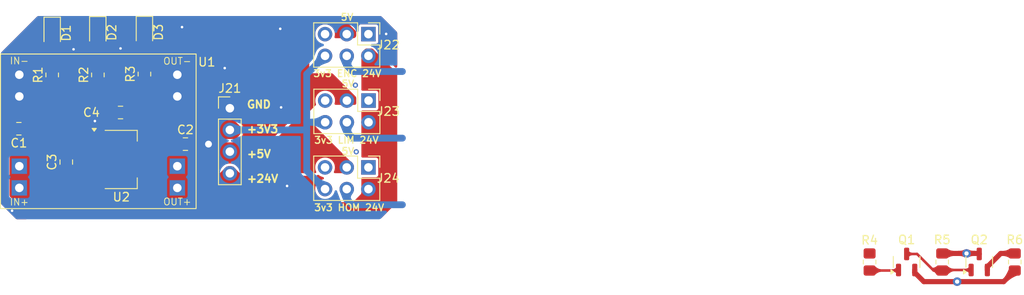
<source format=kicad_pcb>
(kicad_pcb (version 20240108) (generator "pcbnew") (generator_version "8.0")
  (title_block (title "Karcsi (INDACT Robot Arm) - Aux Boards power & level shifting") (date "2024-05-20") (rev "1.1") (company "LEGO Kör") (comment 1 "Designed by Máté Kovács, Panka Horváth, Gergely Halász") (comment 2 "Reviewed by Máté Kovács, Andi Serban, Péter Varga"))
  (layers (0 "F.Cu" signal) (31 "B.Cu" signal) (34 "B.Paste" user) (35 "F.Paste" user) (36 "B.SilkS" user "B.Silkscreen") (37 "F.SilkS" user "F.Silkscreen") (38 "B.Mask" user) (39 "F.Mask" user) (44 "Edge.Cuts" user))
  (net 0 "")
  (net 1 "GND")
  (net 2 "+24V")
  (net 3 "+5V")
  (net 4 "/AUXBOARD POWER/LED24_A")
  (net 5 "/AUXBOARD POWER/LED5_A")
  (net 6 "/AUXBOARD POWER/LED33_A")
  (net 7 "+3V3")
  (net 8 "/AUXBOARD POWER/ENC_PWR")
  (net 12 "/AUXBOARD POWER/LIM_PWR")
  (net 16 "/AUXBOARD POWER/HOM_PWR")
  (net 17 "/SIMPLE LEVEL SHIFTER/PG")
  (net 18 "/SIMPLE LEVEL SHIFTER/NG")
  (net 19 "/SIMPLE LEVEL SHIFTER/OUT")
  (net 20 "/SIMPLE LEVEL SHIFTER/IN")
  (footprint "Resistor_SMD:R_0805_2012Metric_Pad1.20x1.40mm_HandSolder" (layer "F.Cu") (at 235.199999 133.8 -90)
    (property "Reference" "R5" (at -2.6 0 0) (layer "F.SilkS"))
    (property "Value" "560R")
    (fp_line (start -0.227064 0.735) (end 0.227064 0.735) (stroke (width 0.12)) (layer "F.SilkS"))
    (fp_line (start -0.227064 -0.735) (end 0.227064 -0.735) (stroke (width 0.12)) (layer "F.SilkS"))
    (pad "1" smd roundrect (at -1 0 270) (size 1.2 1.4) (layers "F.Cu" "F.Paste" "F.Mask") (roundrect_rratio 0.208333) (net 2 "+24V"))
    (pad "2" smd roundrect (at 1 0 270) (size 1.2 1.4) (layers "F.Cu" "F.Paste" "F.Mask") (roundrect_rratio 0.208333) (net 17 "/SIMPLE LEVEL SHIFTER/PG"))
  )
  (footprint "Capacitor_SMD:C_0805_2012Metric_Pad1.18x1.45mm_HandSolder" (layer "F.Cu") (at 132.650001 122.1 90)
    (property "Reference" "C3" (at 0 -1.679999 -90) (layer "F.SilkS"))
    (property "Value" "47u")
    (fp_line (start -0.261253 -0.735) (end 0.261253 -0.735) (stroke (width 0.12)) (layer "F.SilkS"))
    (fp_line (start -0.261253 0.735) (end 0.261253 0.735) (stroke (width 0.12)) (layer "F.SilkS"))
    (pad "1" smd roundrect (at -1.0375 0 90) (size 1.175 1.45) (layers "F.Cu" "F.Paste" "F.Mask") (roundrect_rratio 0.212766) (net 3 "+5V"))
    (pad "2" smd roundrect (at 1.0375 0 90) (size 1.175 1.45) (layers "F.Cu" "F.Paste" "F.Mask") (roundrect_rratio 0.212766) (net 1 "GND"))
  )
  (footprint "Capacitor_SMD:C_0805_2012Metric_Pad1.18x1.45mm_HandSolder" (layer "F.Cu") (at 139 116.3 180)
    (property "Reference" "C4" (at 3.4 0 180) (layer "F.SilkS"))
    (property "Value" "47u")
    (fp_line (start -0.261253 0.735) (end 0.261253 0.735) (stroke (width 0.12)) (layer "F.SilkS"))
    (fp_line (start -0.261253 -0.735) (end 0.261253 -0.735) (stroke (width 0.12)) (layer "F.SilkS"))
    (pad "1" smd roundrect (at -1.0375 0 180) (size 1.175 1.45) (layers "F.Cu" "F.Paste" "F.Mask") (roundrect_rratio 0.212766) (net 7 "+3V3"))
    (pad "2" smd roundrect (at 1.0375 0 180) (size 1.175 1.45) (layers "F.Cu" "F.Paste" "F.Mask") (roundrect_rratio 0.212766) (net 1 "GND"))
  )
  (footprint "Package_TO_SOT_SMD:SOT-23" (layer "F.Cu") (at 231.037499 133.8 90)
    (property "Reference" "Q1" (at 2.6 0 0) (layer "F.SilkS"))
    (property "Value" "BSS138KJ")
    (fp_line (start 0 -1.560001) (end 0.65 -1.56) (stroke (width 0.12)) (layer "F.SilkS"))
    (fp_line (start 0 -1.560001) (end -0.65 -1.56) (stroke (width 0.12)) (layer "F.SilkS"))
    (fp_line (start 0 1.560001) (end 0.65 1.56) (stroke (width 0.12)) (layer "F.SilkS"))
    (fp_line (start 0 1.560001) (end -0.65 1.56) (stroke (width 0.12)) (layer "F.SilkS"))
    (fp_poly (pts (xy -1.1625 -1.51) (xy -1.4025 -1.84) (xy -0.9225 -1.839999) (xy -1.1625 -1.51)) (stroke (width 0.12)) (fill solid) (layer "F.SilkS"))
    (pad "1" smd roundrect (at -0.9375 -0.95 90) (size 1.475 0.6) (layers "F.Cu" "F.Paste" "F.Mask") (net 18 "/SIMPLE LEVEL SHIFTER/NG"))
    (pad "2" smd roundrect (at -0.9375 0.95 90) (size 1.475 0.6) (layers "F.Cu" "F.Paste" "F.Mask") (net 1 "GND"))
    (pad "3" smd roundrect (at 0.937501 0 90) (size 1.475 0.6) (layers "F.Cu" "F.Paste" "F.Mask") (net 17 "/SIMPLE LEVEL SHIFTER/PG"))
  )
  (footprint "Connector_PinHeader_2.54mm:PinHeader_2x03_P2.54mm_Vertical" (layer "F.Cu") (at 168.025 122.725 -90)
    (property "Reference" "J24" (at 1.27 -2.33 180) (layer "F.SilkS"))
    (property "Value" "HOM PWR SEL")
    (fp_line (start -1.33 6.409999) (end 3.87 6.41) (stroke (width 0.12)) (layer "F.SilkS"))
    (fp_line (start -1.33 1.270001) (end -1.33 6.409999) (stroke (width 0.12)) (layer "F.SilkS"))
    (fp_line (start -1.33 1.270001) (end 1.27 1.27) (stroke (width 0.12)) (layer "F.SilkS"))
    (fp_line (start 1.27 1.27) (end 1.270001 -1.33) (stroke (width 0.12)) (layer "F.SilkS"))
    (fp_line (start -1.33 0) (end -1.33 -1.33) (stroke (width 0.12)) (layer "F.SilkS"))
    (fp_line (start -1.33 -1.33) (end 0 -1.33) (stroke (width 0.12)) (layer "F.SilkS"))
    (fp_line (start 1.270001 -1.33) (end 3.87 -1.33) (stroke (width 0.12)) (layer "F.SilkS"))
    (fp_line (start 3.87 -1.33) (end 3.87 6.41) (stroke (width 0.12)) (layer "F.SilkS"))
    (pad "1" thru_hole rect (at 0 0 270) (size 1.7 1.7) (drill 1) (layers "*.Cu" "*.Mask"))
    (pad "2" thru_hole oval (at 2.54 0 270) (size 1.7 1.7) (drill 1) (layers "*.Cu" "*.Mask") (net 2 "+24V"))
    (pad "3" thru_hole oval (at 0 2.54 270) (size 1.7 1.7) (drill 1) (layers "*.Cu" "*.Mask") (net 3 "+5V"))
    (pad "4" thru_hole oval (at 2.54 2.54 270) (size 1.7 1.7) (drill 1) (layers "*.Cu" "*.Mask") (net 16 "/AUXBOARD POWER/HOM_PWR"))
    (pad "5" thru_hole oval (at 0 5.079999 270) (size 1.7 1.7) (drill 1) (layers "*.Cu" "*.Mask"))
    (pad "6" thru_hole oval (at 2.54 5.08 270) (size 1.7 1.7) (drill 1) (layers "*.Cu" "*.Mask") (net 7 "+3V3"))
  )
  (footprint "Connector_PinHeader_2.54mm:PinHeader_2x03_P2.54mm_Vertical" (layer "F.Cu") (at 168.025 107.125 -90)
    (property "Reference" "J22" (at 1.27 -2.33 180) (layer "F.SilkS"))
    (property "Value" "ENC PWR SEL")
    (fp_line (start -1.33 6.409999) (end 3.87 6.41) (stroke (width 0.12)) (layer "F.SilkS"))
    (fp_line (start -1.33 1.270001) (end -1.33 6.409999) (stroke (width 0.12)) (layer "F.SilkS"))
    (fp_line (start -1.33 1.270001) (end 1.27 1.27) (stroke (width 0.12)) (layer "F.SilkS"))
    (fp_line (start 1.27 1.27) (end 1.270001 -1.33) (stroke (width 0.12)) (layer "F.SilkS"))
    (fp_line (start -1.33 0) (end -1.33 -1.33) (stroke (width 0.12)) (layer "F.SilkS"))
    (fp_line (start -1.33 -1.33) (end 0 -1.33) (stroke (width 0.12)) (layer "F.SilkS"))
    (fp_line (start 1.270001 -1.33) (end 3.87 -1.33) (stroke (width 0.12)) (layer "F.SilkS"))
    (fp_line (start 3.87 -1.33) (end 3.87 6.41) (stroke (width 0.12)) (layer "F.SilkS"))
    (pad "1" thru_hole rect (at 0 0 270) (size 1.7 1.7) (drill 1) (layers "*.Cu" "*.Mask"))
    (pad "2" thru_hole oval (at 2.54 0 270) (size 1.7 1.7) (drill 1) (layers "*.Cu" "*.Mask") (net 2 "+24V"))
    (pad "3" thru_hole oval (at 0 2.54 270) (size 1.7 1.7) (drill 1) (layers "*.Cu" "*.Mask") (net 3 "+5V"))
    (pad "4" thru_hole oval (at 2.54 2.54 270) (size 1.7 1.7) (drill 1) (layers "*.Cu" "*.Mask") (net 8 "/AUXBOARD POWER/ENC_PWR"))
    (pad "5" thru_hole oval (at 0 5.079999 270) (size 1.7 1.7) (drill 1) (layers "*.Cu" "*.Mask"))
    (pad "6" thru_hole oval (at 2.54 5.08 270) (size 1.7 1.7) (drill 1) (layers "*.Cu" "*.Mask") (net 7 "+3V3"))
  )
  (footprint "Resistor_SMD:R_0805_2012Metric_Pad1.20x1.40mm_HandSolder" (layer "F.Cu") (at 131 111.9 90)
    (property "Reference" "R1" (at 0 -1.65 -90) (layer "F.SilkS"))
    (property "Value" "2k2")
    (fp_line (start -0.227064 -0.735) (end 0.227064 -0.735) (stroke (width 0.12)) (layer "F.SilkS"))
    (fp_line (start -0.227064 0.735) (end 0.227064 0.735) (stroke (width 0.12)) (layer "F.SilkS"))
    (pad "1" smd roundrect (at -1 0 90) (size 1.2 1.4) (layers "F.Cu" "F.Paste" "F.Mask") (roundrect_rratio 0.208333) (net 2 "+24V"))
    (pad "2" smd roundrect (at 1 0 90) (size 1.2 1.4) (layers "F.Cu" "F.Paste" "F.Mask") (roundrect_rratio 0.208333) (net 4 "/AUXBOARD POWER/LED24_A"))
  )
  (footprint "LED_SMD:LED_0805_2012Metric_Pad1.15x1.40mm_HandSolder" (layer "F.Cu") (at 136.340001 106.924998 -90)
    (property "Reference" "D2" (at 0 -1.65 90) (layer "F.SilkS"))
    (property "Value" "LED_G")
    (fp_line (start -1.86 0.96) (end 1 0.96) (stroke (width 0.12)) (layer "F.SilkS"))
    (fp_line (start -1.86 -0.96) (end -1.86 0.96) (stroke (width 0.12)) (layer "F.SilkS"))
    (fp_line (start 1 -0.96) (end -1.86 -0.96) (stroke (width 0.12)) (layer "F.SilkS"))
    (pad "1" smd roundrect (at -1.024999 0 270) (size 1.15 1.4) (layers "F.Cu" "F.Paste" "F.Mask") (roundrect_rratio 0.217391) (net 1 "GND"))
    (pad "2" smd roundrect (at 1.024999 0 270) (size 1.15 1.4) (layers "F.Cu" "F.Paste" "F.Mask") (roundrect_rratio 0.217391) (net 5 "/AUXBOARD POWER/LED5_A"))
  )
  (footprint "Resistor_SMD:R_0805_2012Metric_Pad1.20x1.40mm_HandSolder" (layer "F.Cu") (at 141.8 111.8 90)
    (property "Reference" "R3" (at 0 -1.65 -90) (layer "F.SilkS"))
    (property "Value" "150R")
    (fp_line (start -0.227064 -0.735) (end 0.227064 -0.735) (stroke (width 0.12)) (layer "F.SilkS"))
    (fp_line (start -0.227064 0.735) (end 0.227064 0.735) (stroke (width 0.12)) (layer "F.SilkS"))
    (pad "1" smd roundrect (at -1 0 90) (size 1.2 1.4) (layers "F.Cu" "F.Paste" "F.Mask") (roundrect_rratio 0.208333) (net 7 "+3V3"))
    (pad "2" smd roundrect (at 1 0 90) (size 1.2 1.4) (layers "F.Cu" "F.Paste" "F.Mask") (roundrect_rratio 0.208333) (net 6 "/AUXBOARD POWER/LED33_A"))
  )
  (footprint "LED_SMD:LED_0805_2012Metric_Pad1.15x1.40mm_HandSolder" (layer "F.Cu") (at 141.8 106.9 -90)
    (property "Reference" "D3" (at 0 -1.65 90) (layer "F.SilkS"))
    (property "Value" "LED_G")
    (fp_line (start -1.86 0.96) (end 1 0.96) (stroke (width 0.12)) (layer "F.SilkS"))
    (fp_line (start -1.86 -0.96) (end -1.86 0.96) (stroke (width 0.12)) (layer "F.SilkS"))
    (fp_line (start 1 -0.96) (end -1.86 -0.96) (stroke (width 0.12)) (layer "F.SilkS"))
    (pad "1" smd roundrect (at -1.024999 0 270) (size 1.15 1.4) (layers "F.Cu" "F.Paste" "F.Mask") (roundrect_rratio 0.217391) (net 1 "GND"))
    (pad "2" smd roundrect (at 1.024999 0 270) (size 1.15 1.4) (layers "F.Cu" "F.Paste" "F.Mask") (roundrect_rratio 0.217391) (net 6 "/AUXBOARD POWER/LED33_A"))
  )
  (footprint "Capacitor_SMD:C_0805_2012Metric_Pad1.18x1.45mm_HandSolder" (layer "F.Cu") (at 127.1 118.2 180)
    (property "Reference" "C1" (at 0 -1.679999 180) (layer "F.SilkS"))
    (property "Value" "47u")
    (fp_line (start -0.261253 0.735) (end 0.261253 0.735) (stroke (width 0.12)) (layer "F.SilkS"))
    (fp_line (start -0.261253 -0.735) (end 0.261253 -0.735) (stroke (width 0.12)) (layer "F.SilkS"))
    (pad "1" smd roundrect (at -1.0375 0 180) (size 1.175 1.45) (layers "F.Cu" "F.Paste" "F.Mask") (roundrect_rratio 0.212766) (net 2 "+24V"))
    (pad "2" smd roundrect (at 1.0375 0 180) (size 1.175 1.45) (layers "F.Cu" "F.Paste" "F.Mask") (roundrect_rratio 0.212766) (net 1 "GND"))
  )
  (footprint "LED_SMD:LED_0805_2012Metric_Pad1.15x1.40mm_HandSolder" (layer "F.Cu") (at 131 107 -90)
    (property "Reference" "D1" (at 0 -1.65 90) (layer "F.SilkS"))
    (property "Value" "LED_G")
    (fp_line (start -1.86 0.96) (end 1 0.96) (stroke (width 0.12)) (layer "F.SilkS"))
    (fp_line (start -1.86 -0.96) (end -1.86 0.96) (stroke (width 0.12)) (layer "F.SilkS"))
    (fp_line (start 1 -0.96) (end -1.86 -0.96) (stroke (width 0.12)) (layer "F.SilkS"))
    (pad "1" smd roundrect (at -1.024999 0 270) (size 1.15 1.4) (layers "F.Cu" "F.Paste" "F.Mask") (roundrect_rratio 0.217391) (net 1 "GND"))
    (pad "2" smd roundrect (at 1.024999 0 270) (size 1.15 1.4) (layers "F.Cu" "F.Paste" "F.Mask") (roundrect_rratio 0.217391) (net 4 "/AUXBOARD POWER/LED24_A"))
  )
  (footprint "Resistor_SMD:R_0805_2012Metric_Pad1.20x1.40mm_HandSolder" (layer "F.Cu") (at 243.7 133.8 -90)
    (property "Reference" "R6" (at -2.6 0 0) (layer "F.SilkS"))
    (property "Value" "560R")
    (fp_line (start -0.227064 0.735) (end 0.227064 0.735) (stroke (width 0.12)) (layer "F.SilkS"))
    (fp_line (start -0.227064 -0.735) (end 0.227064 -0.735) (stroke (width 0.12)) (layer "F.SilkS"))
    (pad "1" smd roundrect (at -1 0 270) (size 1.2 1.4) (layers "F.Cu" "F.Paste" "F.Mask") (roundrect_rratio 0.208333) (net 19 "/SIMPLE LEVEL SHIFTER/OUT"))
    (pad "2" smd roundrect (at 1 0 270) (size 1.2 1.4) (layers "F.Cu" "F.Paste" "F.Mask") (roundrect_rratio 0.208333) (net 1 "GND"))
  )
  (footprint "Connector_PinHeader_2.54mm:PinHeader_1x04_P2.54mm_Vertical" (layer "F.Cu") (at 151.8 115.8)
    (property "Reference" "J21" (at 0 -2.33 0) (layer "F.SilkS"))
    (property "Value" "PWR OUT & TP")
    (fp_line (start -1.33 -1.33) (end 0 -1.33) (stroke (width 0.12)) (layer "F.SilkS"))
    (fp_line (start -1.33 0) (end -1.33 -1.33) (stroke (width 0.12)) (layer "F.SilkS"))
    (fp_line (start -1.33 1.27) (end -1.33 8.95) (stroke (width 0.12)) (layer "F.SilkS"))
    (fp_line (start -1.33 1.27) (end 1.33 1.27) (stroke (width 0.12)) (layer "F.SilkS"))
    (fp_line (start -1.33 8.95) (end 1.33 8.95) (stroke (width 0.12)) (layer "F.SilkS"))
    (fp_line (start 1.33 1.27) (end 1.33 8.95) (stroke (width 0.12)) (layer "F.SilkS"))
    (pad "1" thru_hole rect (at 0 0) (size 1.7 1.7) (drill 1) (layers "*.Cu" "*.Mask") (net 1 "GND"))
    (pad "2" thru_hole oval (at 0 2.54) (size 1.7 1.7) (drill 1) (layers "*.Cu" "*.Mask") (net 7 "+3V3"))
    (pad "3" thru_hole oval (at 0 5.08) (size 1.7 1.7) (drill 1) (layers "*.Cu" "*.Mask") (net 3 "+5V"))
    (pad "4" thru_hole oval (at 0 7.62) (size 1.7 1.7) (drill 1) (layers "*.Cu" "*.Mask") (net 2 "+24V"))
  )
  (footprint "Capacitor_SMD:C_0805_2012Metric_Pad1.18x1.45mm_HandSolder" (layer "F.Cu") (at 146.6 120)
    (property "Reference" "C2" (at 0 -1.679999 0) (layer "F.SilkS"))
    (property "Value" "47u")
    (fp_line (start -0.261253 -0.735) (end 0.261253 -0.735) (stroke (width 0.12)) (layer "F.SilkS"))
    (fp_line (start -0.261253 0.735) (end 0.261253 0.735) (stroke (width 0.12)) (layer "F.SilkS"))
    (pad "1" smd roundrect (at -1.0375 0) (size 1.175 1.45) (layers "F.Cu" "F.Paste" "F.Mask") (roundrect_rratio 0.212766) (net 3 "+5V"))
    (pad "2" smd roundrect (at 1.0375 0) (size 1.175 1.45) (layers "F.Cu" "F.Paste" "F.Mask") (roundrect_rratio 0.212766) (net 1 "GND"))
  )
  (footprint "Connector_PinHeader_2.54mm:PinHeader_2x03_P2.54mm_Vertical" (layer "F.Cu") (at 168.04 114.9 -90)
    (property "Reference" "J23" (at 1.27 -2.33 180) (layer "F.SilkS"))
    (property "Value" "LIM PWR SEL")
    (fp_line (start -1.33 6.409999) (end 3.87 6.41) (stroke (width 0.12)) (layer "F.SilkS"))
    (fp_line (start -1.33 1.270001) (end -1.33 6.409999) (stroke (width 0.12)) (layer "F.SilkS"))
    (fp_line (start -1.33 1.270001) (end 1.27 1.27) (stroke (width 0.12)) (layer "F.SilkS"))
    (fp_line (start 1.27 1.27) (end 1.270001 -1.33) (stroke (width 0.12)) (layer "F.SilkS"))
    (fp_line (start -1.33 0) (end -1.33 -1.33) (stroke (width 0.12)) (layer "F.SilkS"))
    (fp_line (start -1.33 -1.33) (end 0 -1.33) (stroke (width 0.12)) (layer "F.SilkS"))
    (fp_line (start 1.270001 -1.33) (end 3.87 -1.33) (stroke (width 0.12)) (layer "F.SilkS"))
    (fp_line (start 3.87 -1.33) (end 3.87 6.41) (stroke (width 0.12)) (layer "F.SilkS"))
    (pad "1" thru_hole rect (at 0 0 270) (size 1.7 1.7) (drill 1) (layers "*.Cu" "*.Mask"))
    (pad "2" thru_hole oval (at 2.54 0 270) (size 1.7 1.7) (drill 1) (layers "*.Cu" "*.Mask") (net 2 "+24V"))
    (pad "3" thru_hole oval (at 0 2.54 270) (size 1.7 1.7) (drill 1) (layers "*.Cu" "*.Mask") (net 3 "+5V"))
    (pad "4" thru_hole oval (at 2.54 2.54 270) (size 1.7 1.7) (drill 1) (layers "*.Cu" "*.Mask") (net 12 "/AUXBOARD POWER/LIM_PWR"))
    (pad "5" thru_hole oval (at 0 5.079999 270) (size 1.7 1.7) (drill 1) (layers "*.Cu" "*.Mask"))
    (pad "6" thru_hole oval (at 2.54 5.08 270) (size 1.7 1.7) (drill 1) (layers "*.Cu" "*.Mask") (net 7 "+3V3"))
  )
  (footprint "power_modules:DSN-1504-3A" (layer "F.Cu") (at 136.4 118.5)
    (property "Reference" "U1" (at 12.7 -8.1 0) (layer "F.SilkS"))
    (property "Value" "DSN-1504-3A")
    (fp_rect (start -11.45 -9.05) (end 11.45 9.05) (stroke (width 0.12)) (fill none) (layer "F.SilkS"))
    (fp_text user "OUT+" (at 9.25 8.25 0) (layer "F.SilkS") (effects (font (size 0.8 0.8) (thickness 0.1))))
    (fp_text user "IN-" (at -9.25 -8.25 0) (layer "F.SilkS") (effects (font (size 0.8 0.8) (thickness 0.1))))
    (fp_text user "OUT-" (at 9.25 -7.75 0) (layer "F.SilkS") (effects (font (size 0.8 0.8) (thickness 0.1)) (justify bottom)))
    (fp_text user "IN+" (at -9.25 8.75 0) (layer "F.SilkS") (effects (font (size 0.8 0.8) (thickness 0.1)) (justify bottom)))
    (pad "1" thru_hole rect (at -9.25 6.625 180) (size 1.8 1.8) (drill 1) (layers "*.Cu" "*.Mask") (net 2 "+24V"))
    (pad "2" thru_hole rect (at -9.25 4.085 180) (size 1.8 1.8) (drill 1) (layers "*.Cu" "*.Mask") (net 2 "+24V"))
    (pad "3" thru_hole circle (at -9.25 -4.085 180) (size 1.8 1.8) (drill 1) (layers "*.Cu" "*.Mask") (net 1 "GND"))
    (pad "4" thru_hole circle (at -9.25 -6.625 180) (size 1.8 1.8) (drill 1) (layers "*.Cu" "*.Mask") (net 1 "GND"))
    (pad "5" thru_hole circle (at 9.25 -6.625 180) (size 1.8 1.8) (drill 1) (layers "*.Cu" "*.Mask") (net 1 "GND"))
    (pad "6" thru_hole circle (at 9.25 -4.085 180) (size 1.8 1.8) (drill 1) (layers "*.Cu" "*.Mask") (net 1 "GND"))
    (pad "7" thru_hole rect (at 9.25 4.085 180) (size 1.8 1.8) (drill 1) (layers "*.Cu" "*.Mask") (net 3 "+5V"))
    (pad "8" thru_hole rect (at 9.25 6.625 180) (size 1.8 1.8) (drill 1) (layers "*.Cu" "*.Mask") (net 3 "+5V"))
  )
  (footprint "Resistor_SMD:R_0805_2012Metric_Pad1.20x1.40mm_HandSolder" (layer "F.Cu") (at 136.35 111.9 90)
    (property "Reference" "R2" (at 0 -1.65 -90) (layer "F.SilkS"))
    (property "Value" "330R")
    (fp_line (start -0.227064 -0.735) (end 0.227064 -0.735) (stroke (width 0.12)) (layer "F.SilkS"))
    (fp_line (start -0.227064 0.735) (end 0.227064 0.735) (stroke (width 0.12)) (layer "F.SilkS"))
    (pad "1" smd roundrect (at -1 0 90) (size 1.2 1.4) (layers "F.Cu" "F.Paste" "F.Mask") (roundrect_rratio 0.208333) (net 3 "+5V"))
    (pad "2" smd roundrect (at 1 0 90) (size 1.2 1.4) (layers "F.Cu" "F.Paste" "F.Mask") (roundrect_rratio 0.208333) (net 5 "/AUXBOARD POWER/LED5_A"))
  )
  (footprint "Package_TO_SOT_SMD:SOT-223-3_TabPin2" (layer "F.Cu") (at 139.050001 121.8)
    (property "Reference" "U2" (at 0.049999 4.4 0) (layer "F.SilkS"))
    (property "Value" "AMS1117-3.3")
    (fp_line (start -1.85 -3.410001) (end 1.91 -3.41) (stroke (width 0.12)) (layer "F.SilkS"))
    (fp_line (start -1.85 3.410001) (end 1.91 3.41) (stroke (width 0.12)) (layer "F.SilkS"))
    (fp_line (start 1.91 -3.41) (end 1.91 -2.150001) (stroke (width 0.12)) (layer "F.SilkS"))
    (fp_line (start 1.91 3.41) (end 1.91 2.150001) (stroke (width 0.12)) (layer "F.SilkS"))
    (fp_poly (pts (xy -3.13 -3.31) (xy -3.37 -3.64) (xy -2.89 -3.64) (xy -3.13 -3.31)) (stroke (width 0.12)) (fill solid) (layer "F.SilkS"))
    (pad "1" smd roundrect (at -3.15 -2.3) (size 2 1.5) (layers "F.Cu" "F.Paste" "F.Mask") (net 1 "GND"))
    (pad "2" smd roundrect (at -3.149999 0) (size 2 1.5) (layers "F.Cu" "F.Paste" "F.Mask") (net 7 "+3V3"))
    (pad "2" smd roundrect (at 3.149999 0) (size 2 3.8) (layers "F.Cu" "F.Paste" "F.Mask") (net 7 "+3V3"))
    (pad "3" smd roundrect (at -3.15 2.3) (size 2 1.5) (layers "F.Cu" "F.Paste" "F.Mask") (net 3 "+5V"))
  )
  (footprint "Package_TO_SOT_SMD:SOT-23" (layer "F.Cu") (at 239.537498 133.8 90)
    (property "Reference" "Q2" (at 2.6 0 0) (layer "F.SilkS"))
    (property "Value" "BSS84KJ")
    (fp_line (start 0 -1.560001) (end 0.65 -1.56) (stroke (width 0.12)) (layer "F.SilkS"))
    (fp_line (start 0 -1.560001) (end -0.65 -1.56) (stroke (width 0.12)) (layer "F.SilkS"))
    (fp_line (start 0 1.560001) (end 0.65 1.56) (stroke (width 0.12)) (layer "F.SilkS"))
    (fp_line (start 0 1.560001) (end -0.65 1.56) (stroke (width 0.12)) (layer "F.SilkS"))
    (fp_poly (pts (xy -1.1625 -1.51) (xy -1.4025 -1.84) (xy -0.9225 -1.839999) (xy -1.1625 -1.51)) (stroke (width 0.12)) (fill solid) (layer "F.SilkS"))
    (pad "1" smd roundrect (at -0.9375 -0.95 90) (size 1.475 0.6) (layers "F.Cu" "F.Paste" "F.Mask") (net 17 "/SIMPLE LEVEL SHIFTER/PG"))
    (pad "2" smd roundrect (at -0.9375 0.95 90) (size 1.475 0.6) (layers "F.Cu" "F.Paste" "F.Mask") (net 19 "/SIMPLE LEVEL SHIFTER/OUT"))
    (pad "3" smd roundrect (at 0.937501 0 90) (size 1.475 0.6) (layers "F.Cu" "F.Paste" "F.Mask") (net 2 "+24V"))
  )
  (footprint "Resistor_SMD:R_0805_2012Metric_Pad1.20x1.40mm_HandSolder" (layer "F.Cu") (at 226.7 133.8 -90)
    (property "Reference" "R4" (at -2.55 0 0) (layer "F.SilkS"))
    (property "Value" "4k7")
    (fp_line (start -0.227064 0.735) (end 0.227064 0.735) (stroke (width 0.12)) (layer "F.SilkS"))
    (fp_line (start -0.227064 -0.735) (end 0.227064 -0.735) (stroke (width 0.12)) (layer "F.SilkS"))
    (pad "1" smd roundrect (at -1 0 270) (size 1.2 1.4) (layers "F.Cu" "F.Paste" "F.Mask") (roundrect_rratio 0.208333) (net 20 "/SIMPLE LEVEL SHIFTER/IN"))
    (pad "2" smd roundrect (at 1 0 270) (size 1.2 1.4) (layers "F.Cu" "F.Paste" "F.Mask") (roundrect_rratio 0.208333) (net 18 "/SIMPLE LEVEL SHIFTER/NG"))
  )
  (gr_text "5V" (at 164.7 105.6 0) (layer "F.SilkS") (effects (font (size 0.8 0.8)) (justify left bottom)))
  (gr_text "5V" (at 164.8 113.4 0) (layer "F.SilkS") (effects (font (size 0.8 0.8)) (justify left bottom)))
  (gr_text "5V" (at 164.8 121.3 0) (layer "F.SilkS") (effects (font (size 0.8 0.8)) (justify left bottom)))
  (gr_text "3v3 HOM 24V" (at 161.6 127.9 0) (layer "F.SilkS") (effects (font (size 0.8 0.8) (thickness 0.15) (bold yes)) (justify left bottom)))
  (gr_text "3v3 LIM 24V" (at 161.6 120 0) (layer "F.SilkS") (effects (font (size 0.8 0.8) (thickness 0.15) (bold yes)) (justify left bottom)))
  (gr_text "3v3 ENC 24V" (at 161.5 112.2 0) (layer "F.SilkS") (effects (font (size 0.8 0.8) (thickness 0.15) (bold yes)) (justify left bottom)))
  (gr_text "GND\n\n+3V3\n\n+5V\n\n+24V" (at 153.7 119.7 0) (layer "F.SilkS") (effects (font (size 0.9 0.9) (thickness 0.2)) (justify left)))
  (segment (start 243.7 134.8) (end 242.4 136.1) (width 0.6) (layer "F.Cu") (net 1))
  (segment (start 141.8 105.875001) (end 142.5 105.875001) (width 0.8) (layer "F.Cu") (net 1))
  (segment (start 134.212501 119.5) (end 135.900001 119.5) (width 0.8) (layer "F.Cu") (net 1))
  (segment (start 231.987499 135.037499) (end 231.987499 134.7375) (width 0.6) (layer "F.Cu") (net 1))
  (segment (start 137.9625 114.6375) (end 137.9625 116.3) (width 0.8) (layer "F.Cu") (net 1))
  (segment (start 130.324999 105.975001) (end 131 105.975001) (width 0.8) (layer "F.Cu") (net 1))
  (segment (start 139 105.899999) (end 141.775002 105.899999) (width 0.8) (layer "F.Cu") (net 1))
  (segment (start 139 105.899999) (end 139 108.8) (width 0.8) (layer "F.Cu") (net 1))
  (segment (start 126.0625 115.5025) (end 127.15 114.415) (width 0.8) (layer "F.Cu") (net 1))
  (segment (start 145.65 109.025001) (end 145.65 111.875) (width 0.8) (layer "F.Cu") (net 1))
  (segment (start 242.4 136.1) (end 233.05 136.1) (width 0.6) (layer "F.Cu") (net 1))
  (segment (start 127.15 111.875) (end 127.15 109.15) (width 0.8) (layer "F.Cu") (net 1))
  (segment (start 137.9625 117.437501) (end 135.900001 119.5) (width 0.8) (layer "F.Cu") (net 1))
  (segment (start 142.5 105.875001) (end 145.65 109.025001) (width 0.8) (layer "F.Cu") (net 1))
  (segment (start 139 113.6) (end 137.9625 114.6375) (width 0.8) (layer "F.Cu") (net 1))
  (segment (start 145.65 114.415) (end 150.415 114.415) (width 0.8) (layer "F.Cu") (net 1))
  (segment (start 127.15 109.15) (end 130.324999 105.975001) (width 0.8) (layer "F.Cu") (net 1))
  (segment (start 131 105.975001) (end 136.264999 105.975001) (width 0.8) (layer "F.Cu") (net 1))
  (segment (start 233.05 136.1) (end 231.987499 135.037499) (width 0.6) (layer "F.Cu") (net 1))
  (segment (start 132.650001 121.0625) (end 134.212501 119.5) (width 0.8) (layer "F.Cu") (net 1))
  (segment (start 127.15 111.875) (end 127.15 114.415) (width 0.8) (layer "F.Cu") (net 1))
  (segment (start 139 108.8) (end 139 113.6) (width 0.8) (layer "F.Cu") (net 1))
  (segment (start 136.264999 105.975001) (end 136.340001 105.899999) (width 0.8) (layer "F.Cu") (net 1))
  (segment (start 145.65 111.875) (end 145.65 114.415) (width 0.8) (layer "F.Cu") (net 1))
  (segment (start 126.0625 118.2) (end 126.0625 115.5025) (width 0.8) (layer "F.Cu") (net 1))
  (segment (start 141.775002 105.899999) (end 141.8 105.875001) (width 0.8) (layer "F.Cu") (net 1))
  (segment (start 137.9625 116.3) (end 137.9625 117.437501) (width 0.8) (layer "F.Cu") (net 1))
  (segment (start 136.340001 105.899999) (end 139 105.899999) (width 0.8) (layer "F.Cu") (net 1))
  (segment (start 150.415 114.415) (end 151.8 115.8) (width 0.8) (layer "F.Cu") (net 1))
  (segment (start 149.3 120) (end 147.6375 120) (width 0.8) (layer "F.Cu") (net 1))
  (via (at 157.7 106.5) (size 0.6) (drill 0.3) (layers "F.Cu" "B.Cu") (net 1))
  (via (at 158.5 124.9) (size 0.6) (drill 0.3) (layers "F.Cu" "B.Cu") (net 1))
  (via (at 133.5 108.9) (size 0.6) (drill 0.3) (layers "F.Cu" "B.Cu") (net 1))
  (via (at 149.3 120) (size 1.6) (drill 0.8) (layers "F.Cu" "B.Cu") (net 1))
  (via (at 170.1 107.1) (size 0.6) (drill 0.3) (layers "F.Cu" "B.Cu") (net 1))
  (via (at 166.5 113.1) (size 0.6) (drill 0.3) (layers "F.Cu" "B.Cu") (net 1))
  (via (at 126.3 127.8) (size 0.6) (drill 0.3) (layers "F.Cu" "B.Cu") (net 1))
  (via (at 146.2 106.3) (size 0.6) (drill 0.3) (layers "F.Cu" "B.Cu") (net 1))
  (via (at 151.2 111.1) (size 0.6) (drill 0.3) (layers "F.Cu" "B.Cu") (net 1))
  (via (at 157.8 115.7) (size 0.6) (drill 0.3) (layers "F.Cu" "B.Cu") (net 1))
  (via (at 166.6 120.9) (size 0.6) (drill 0.3) (layers "F.Cu" "B.Cu") (net 1))
  (via (at 139 108.8) (size 0.6) (drill 0.3) (layers "F.Cu" "B.Cu") (net 1))
  (via (at 136 117.3) (size 0.6) (drill 0.3) (layers "F.Cu" "B.Cu") (net 1))
  (via (at 236.95 136.1) (size 1) (drill 0.5) (layers "F.Cu" "B.Cu") (net 1))
  (segment (start 168.025 109.665) (end 170.96 112.6) (width 0.8) (layer "F.Cu") (net 2))
  (segment (start 128.1375 118.2) (end 128.1375 121.5975) (width 0.8) (layer "F.Cu") (net 2))
  (segment (start 168.025 125.265) (end 170.16 127.4) (width 0.8) (layer "F.Cu") (net 2))
  (segment (start 147.78 127.5) (end 129.525 127.5) (width 0.8) (layer "F.Cu") (net 2))
  (segment (start 129.525 127.5) (end 127.15 125.125) (width 0.8) (layer "F.Cu") (net 2))
  (segment (start 131 115.3375) (end 128.1375 118.2) (width 0.8) (layer "F.Cu") (net 2))
  (segment (start 151.8 123.42) (end 151.8 123.48) (width 0.8) (layer "F.Cu") (net 2))
  (segment (start 170.92 117.44) (end 170.96 117.4) (width 0.8) (layer "F.Cu") (net 2))
  (segment (start 156.68 128.3) (end 169.3 128.3) (width 0.8) (layer "F.Cu") (net 2))
  (segment (start 238.05 132.8) (end 239.474999 132.8) (width 0.6) (layer "F.Cu") (net 2))
  (segment (start 127.15 122.585) (end 127.15 125.125) (width 0.8) (layer "F.Cu") (net 2))
  (segment (start 170.96 112.6) (end 170.96 117.4) (width 0.8) (layer "F.Cu") (net 2))
  (segment (start 170.96 117.4) (end 170.96 126.64) (width 0.8) (layer "F.Cu") (net 2))
  (segment (start 170.96 126.64) (end 170.2 127.4) (width 0.8) (layer "F.Cu") (net 2))
  (segment (start 168.04 117.44) (end 170.92 117.44) (width 0.8) (layer "F.Cu") (net 2))
  (segment (start 239.474999 132.8) (end 239.537498 132.862499) (width 0.6) (layer "F.Cu") (net 2))
  (segment (start 151.8 123.48) (end 147.78 127.5) (width 0.8) (layer "F.Cu") (net 2))
  (segment (start 170.16 127.4) (end 170.2 127.4) (width 0.8) (layer "F.Cu") (net 2))
  (segment (start 128.1375 121.5975) (end 127.15 122.585) (width 0.8) (layer "F.Cu") (net 2))
  (segment (start 235.199999 132.8) (end 238.05 132.8) (width 0.6) (layer "F.Cu") (net 2))
  (segment (start 131 112.9) (end 131 115.3375) (width 0.8) (layer "F.Cu") (net 2))
  (segment (start 235.262498 132.862499) (end 235.199999 132.8) (width 0.8) (layer "F.Cu") (net 2))
  (segment (start 151.8 123.42) (end 156.68 128.3) (width 0.8) (layer "F.Cu") (net 2))
  (segment (start 170.2 127.4) (end 169.3 128.3) (width 0.8) (layer "F.Cu") (net 2))
  (via (at 238.05 132.8) (size 1) (drill 0.5) (layers "F.Cu" "B.Cu") (net 2))
  (segment (start 133.612501 124.1) (end 135.900001 124.1) (width 0.8) (layer "F.Cu") (net 3))
  (segment (start 161.7 105.4) (end 159.6 107.5) (width 0.8) (layer "F.Cu") (net 3))
  (segment (start 163.64 120.88) (end 165.485 122.725) (width 0.8) (layer "F.Cu") (net 3))
  (segment (start 163.76 105.4) (end 161.7 105.4) (width 0.8) (layer "F.Cu") (net 3))
  (segment (start 136.925001 125.125) (end 135.900001 124.1) (width 0.8) (layer "F.Cu") (net 3))
  (segment (start 132.650001 123.1375) (end 130.8375 123.1375) (width 0.8) (layer "F.Cu") (net 3))
  (segment (start 151.8 120.9) (end 151.8 120.88) (width 0.8) (layer "F.Cu") (net 3))
  (segment (start 165.5 114.9) (end 163.6 113) (width 0.8) (layer "F.Cu") (net 3))
  (segment (start 145.65 122.585) (end 145.65 125.125) (width 0.8) (layer "F.Cu") (net 3))
  (segment (start 151.8 120.88) (end 159.6 120.88) (width 0.8) (layer "F.Cu") (net 3))
  (segment (start 130.8375 123.1375) (end 130.3 122.6) (width 0.8) (layer "F.Cu") (net 3))
  (segment (start 145.65 125.125) (end 147.575 125.125) (width 0.8) (layer "F.Cu") (net 3))
  (segment (start 159.6 113) (end 159.6 120.88) (width 0.8) (layer "F.Cu") (net 3))
  (segment (start 147.575 125.125) (end 151.8 120.9) (width 0.8) (layer "F.Cu") (net 3))
  (segment (start 130.3 122.6) (end 130.3 118.95) (width 0.8) (layer "F.Cu") (net 3))
  (segment (start 132.650001 123.1375) (end 133.612501 124.1) (width 0.8) (layer "F.Cu") (net 3))
  (segment (start 163.6 113) (end 159.6 113) (width 0.8) (layer "F.Cu") (net 3))
  (segment (start 145.65 125.125) (end 136.925001 125.125) (width 0.8) (layer "F.Cu") (net 3))
  (segment (start 159.6 107.5) (end 159.6 113) (width 0.8) (layer "F.Cu") (net 3))
  (segment (start 159.6 120.88) (end 163.64 120.88) (width 0.8) (layer "F.Cu") (net 3))
  (segment (start 130.3 118.95) (end 136.35 112.9) (width 0.8) (layer "F.Cu") (net 3))
  (segment (start 145.5625 120) (end 145.5625 122.4975) (width 0.8) (layer "F.Cu") (net 3))
  (segment (start 165.485 107.125) (end 163.76 105.4) (width 0.8) (layer "F.Cu") (net 3))
  (segment (start 145.5625 122.4975) (end 145.65 122.585) (width 0.8) (layer "F.Cu") (net 3))
  (segment (start 131 108.024999) (end 131 110.9) (width 0.3) (layer "F.Cu") (net 4))
  (segment (start 136.340001 107.949997) (end 136.340001 110.890001) (width 0.3) (layer "F.Cu") (net 5))
  (segment (start 136.340001 110.890001) (end 136.35 110.9) (width 0.3) (layer "F.Cu") (net 5))
  (segment (start 141.8 107.924999) (end 141.8 110.8) (width 0.3) (layer "F.Cu") (net 6))
  (segment (start 140.0375 116.3) (end 140.0375 114.5625) (width 0.8) (layer "F.Cu") (net 7))
  (segment (start 140.0375 118.8375) (end 142.2 121) (width 0.8) (layer "F.Cu") (net 7))
  (segment (start 140.0375 114.5625) (end 141.8 112.8) (width 0.8) (layer "F.Cu") (net 7))
  (segment (start 142.2 121) (end 142.2 121.8) (width 0.8) (layer "F.Cu") (net 7))
  (segment (start 140.0375 116.3) (end 142.9 116.3) (width 0.8) (layer "F.Cu") (net 7))
  (segment (start 142.9 116.3) (end 143.6 117) (width 0.8) (layer "F.Cu") (net 7))
  (segment (start 150.64 118.34) (end 151.8 118.34) (width 0.8) (layer "F.Cu") (net 7))
  (segment (start 140.0375 116.3) (end 140.0375 118.8375) (width 0.8) (layer "F.Cu") (net 7))
  (segment (start 135.900002 121.8) (end 142.2 121.8) (width 0.8) (layer "F.Cu") (net 7))
  (segment (start 149.3 117) (end 150.64 118.34) (width 0.8) (layer "F.Cu") (net 7))
  (segment (start 143.6 117) (end 149.3 117) (width 0.8) (layer "F.Cu") (net 7))
  (segment (start 160.8 117.4) (end 160.8 118.3) (width 0.8) (layer "B.Cu") (net 7))
  (segment (start 162.96 117.44) (end 160.84 117.44) (width 0.8) (layer "B.Cu") (net 7))
  (segment (start 160.76 118.34) (end 160.8 118.3) (width 0.8) (layer "B.Cu") (net 7))
  (segment (start 160.8 123.12) (end 162.945 125.265) (width 0.8) (layer "B.Cu") (net 7))
  (segment (start 162.945 109.665) (end 160.8 111.81) (width 0.8) (layer "B.Cu") (net 7))
  (segment (start 160.8 111.81) (end 160.8 117.4) (width 0.8) (layer "B.Cu") (net 7))
  (segment (start 160.8 118.3) (end 160.8 123.12) (width 0.8) (layer "B.Cu") (net 7))
  (segment (start 151.8 118.34) (end 160.76 118.34) (width 0.8) (layer "B.Cu") (net 7))
  (segment (start 165.485 110.785) (end 166.2 111.5) (width 0.8) (layer "B.Cu") (net 8))
  (segment (start 165.485 109.665) (end 165.485 110.785) (width 0.8) (layer "B.Cu") (net 8))
  (segment (start 166.2 111.5) (end 172 111.5) (width 0.8) (layer "B.Cu") (net 8))
  (segment (start 165.5 118.6) (end 166.2 119.3) (width 0.8) (layer "B.Cu") (net 12))
  (segment (start 165.5 117.44) (end 165.5 118.6) (width 0.8) (layer "B.Cu") (net 12))
  (segment (start 166.2 119.3) (end 172 119.3) (width 0.8) (layer "B.Cu") (net 12))
  (segment (start 165.485 125.265) (end 165.485 126.485) (width 0.8) (layer "B.Cu") (net 16))
  (segment (start 165.485 126.485) (end 166 127) (width 0.8) (layer "B.Cu") (net 16))
  (segment (start 166 127) (end 166.1 127.1) (width 0.8) (layer "B.Cu") (net 16))
  (segment (start 166.1 127.1) (end 172 127.1) (width 0.8) (layer "B.Cu") (net 16))
  (segment (start 234.2 134.8) (end 235.199999 134.8) (width 0.3) (layer "F.Cu") (net 17))
  (segment (start 235.199999 134.8) (end 235.2 134.8) (width 0.3) (layer "F.Cu") (net 17))
  (segment (start 235.2625 134.7375) (end 238.587498 134.7375) (width 0.3) (layer "F.Cu") (net 17))
  (segment (start 231.037499 132.862499) (end 232.262499 132.862499) (width 0.3) (layer "F.Cu") (net 17))
  (segment (start 232.262499 132.862499) (end 234.2 134.8) (width 0.3) (layer "F.Cu") (net 17))
  (segment (start 235.2 134.8) (end 235.2625 134.7375) (width 0.3) (layer "F.Cu") (net 17))
  (segment (start 226.7 134.8) (end 230.024999 134.8) (width 0.3) (layer "F.Cu") (net 18))
  (segment (start 230.024999 134.8) (end 230.087499 134.7375) (width 0.3) (layer "F.Cu") (net 18))
  (segment (start 240.487498 134.7375) (end 240.487498 134.362502) (width 0.6) (layer "F.Cu") (net 19))
  (segment (start 242.05 132.8) (end 243.7 132.8) (width 0.6) (layer "F.Cu") (net 19))
  (segment (start 240.487498 134.362502) (end 242.05 132.8) (width 0.6) (layer "F.Cu") (net 19))
  (zone (net 2) (net_name "+24V") (layer "F.Cu") (name "PWR_24") (priority 1) (connect_pads yes (clearance 0.3)) (min_thickness 0.25) (fill yes (thermal_gap 0.5) (thermal_bridge_width 0.5) (smoothing fillet) (radius 0.3))
    (polygon (pts (xy 130.3 112.3) (xy 130.3 114.9) (xy 127.5 117.7) (xy 127.5 120) (xy 126 121.5) (xy 126 126.1) (xy 128.6 128.7) (xy 169.5 128.7) (xy 171.4 126.8) (xy 171.4 111.7) (xy 168.5 108.8) (xy 167.7 108.8) (xy 167.2 109.3) (xy 167.2 125.8) (xy 166.2 126.8) (xy 156.8 126.8) (xy 152.3 122.3) (xy 151.3 122.3) (xy 146.9 126.7) (xy 132.6 126.7) (xy 129 123.1) (xy 129 118.6) (xy 131.7 115.9) (xy 131.7 112.3)))
  )
  (zone (net 7) (net_name "+3V3") (layer "F.Cu") (name "PWR_3.3") (priority 3) (connect_pads yes (clearance 0.3)) (min_thickness 0.25) (fill yes (thermal_gap 0.5) (thermal_bridge_width 0.5) (smoothing fillet) (radius 0.3))
    (polygon (pts (xy 141.1 112.2) (xy 140.8 112.5) (xy 140.8 113.2) (xy 139.1 114.9) (xy 139.1 118.9) (xy 137.3 120.7) (xy 134.6 120.7) (xy 134.6 122.8) (xy 137.7 122.8) (xy 138.8 123.9) (xy 143.2 123.9) (xy 143.8 123.3) (xy 143.8 120.1) (xy 145.2 118.7) (xy 149.4 118.7) (xy 150.1 119.4) (xy 152.5 119.4) (xy 153 118.9) (xy 153 117.9) (xy 152.3 117.2) (xy 150.4 117.2) (xy 149.4 116.2) (xy 144.1 116.2) (xy 143.2 115.3) (xy 143.2 113) (xy 142.4 112.2)))
  )
  (zone (net 3) (net_name "+5V") (layer "F.Cu") (name "PWR_5") (priority 2) (connect_pads yes (clearance 0.3)) (min_thickness 0.25) (fill yes (thermal_gap 0.5) (thermal_bridge_width 0.5) (smoothing fillet) (radius 0.3))
    (polygon (pts (xy 135.3 112.3) (xy 129 118.6) (xy 129 123.1) (xy 132.6 126.7) (xy 146.9 126.7) (xy 151.3 122.3) (xy 152.3 122.3) (xy 153.4 123.4) (xy 165.9 123.4) (xy 166.3 123) (xy 166.3 122.4) (xy 161.1 117.2) (xy 161.1 116.2) (xy 161.9 115.4) (xy 166.5 115.4) (xy 166.6 115.3) (xy 166.6 114.5) (xy 163.8 111.7) (xy 161.1 111.7) (xy 161.1 108.3) (xy 161.8 107.6) (xy 166.4 107.6) (xy 166.6 107.4) (xy 166.6 106.8) (xy 164.8 105) (xy 161.5 105) (xy 159.2 107.3) (xy 159.2 117.4) (xy 156.8 119.8) (xy 146.6 119.8) (xy 145.9 119.1) (xy 145.1 119.1) (xy 144.1 120.1) (xy 144.1 123.5) (xy 143.4 124.2) (xy 138 124.2) (xy 136.9 123.1) (xy 134.1 123.1) (xy 133.3 122.3) (xy 131.3 122.3) (xy 131.1 122.1) (xy 131.1 119.4) (xy 137.1 113.4) (xy 137.1 112.3)))
  )
  (zone (net 1) (net_name "GND") (layers "F&B.Cu") (name "PWR_GND") (connect_pads yes (clearance 0.3)) (min_thickness 0.3) (fill yes (thermal_gap 0.5) (thermal_bridge_width 0.5) (smoothing fillet) (radius 0.3))
    (polygon (pts (xy 136.6 105) (xy 129.3 105) (xy 125 109.3) (xy 125 127) (xy 126.8 128.8) (xy 169.4 128.8) (xy 171.4 126.8) (xy 171.4 106.9) (xy 169.5 105)))
  )
)
</source>
